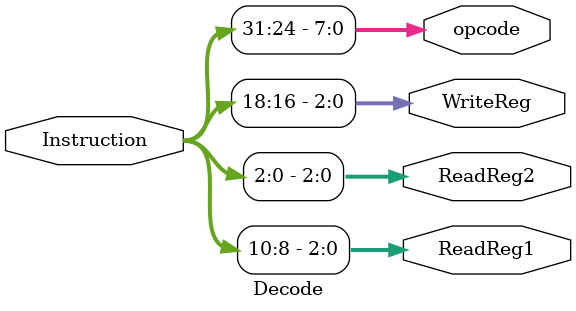
<source format=v>

`timescale 1ns/100ps

module Decode(Instruction,opcode,ReadReg1,ReadReg2,WriteReg);	//a module to do the decoding of the instruction
	input [31:0]Instruction;									//32 bit size instruction
	output [2:0]ReadReg1,ReadReg2,WriteReg;						//this will output the inputs to the regfile
	output [7:0]opcode;											

	assign #1 opcode = Instruction[31:24];		//opcode is the most significat 8 bits of the instruction
	assign ReadReg1 = Instruction[10:8];		//source1 address
	assign ReadReg2 = Instruction[2:0];		//source2 address
	assign WriteReg = Instruction[18:16];	//destination address
	

	

endmodule
</source>
